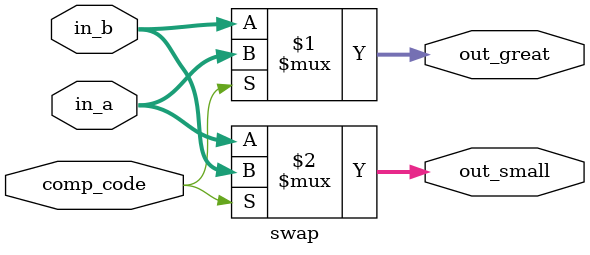
<source format=v>
module swap (comp_code, in_a, in_b, out_great, out_small);
parameter SIZE_IN = 28;

input comp_code;
input [SIZE_IN-1:0] in_a, in_b;
output [SIZE_IN-1:0] out_great, out_small;

assign out_great = comp_code ? in_a : in_b;
assign out_small = comp_code ? in_b : in_a;

endmodule // swap
</source>
